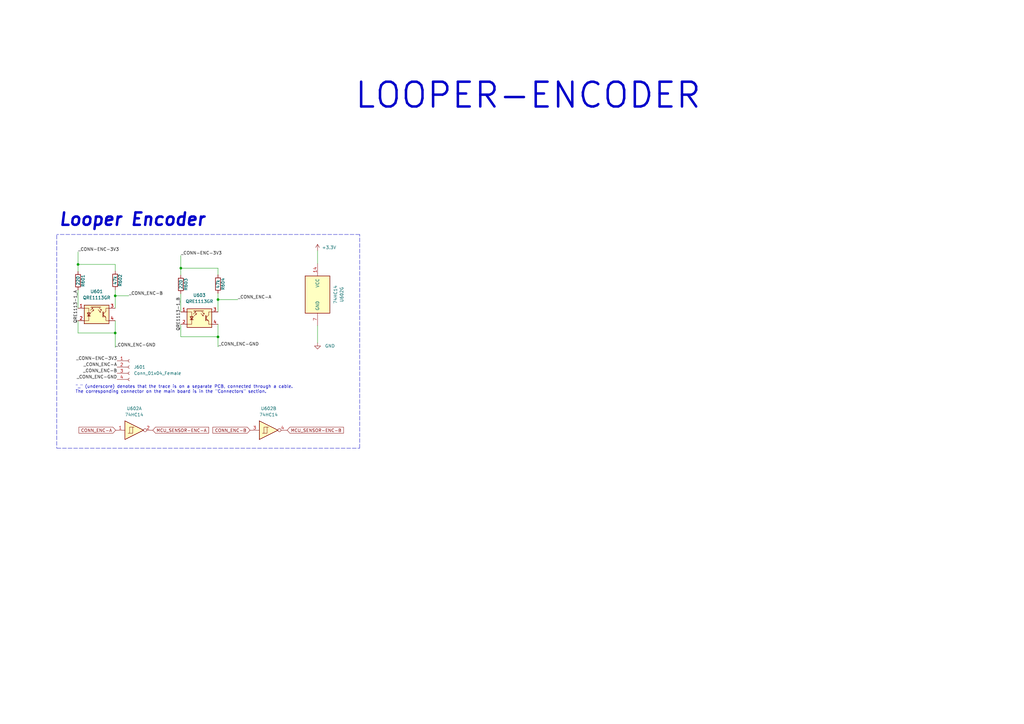
<source format=kicad_sch>
(kicad_sch (version 20211123) (generator eeschema)
  (paper "A3")
  (title_block (title "OpenCelluloid") (date "2023-02-16") (rev "v0.1"))
  (lib_symbols
    (symbol "74xx:74HC14" (pin_names (offset 1.016))
      (property "Reference" "U" (at 0 1.27 0))
      (property "Value" "74HC14" (at 0 -1.27 0))
      (symbol "74HC14_1_0"
        (polyline (pts (xy -3.81 3.81) (xy -3.81 -3.81) (xy 3.81 0) (xy -3.81 3.81)) (stroke (width 0.254)) (fill (type background)))
        (pin input line (at -7.62 0 0) (length 3.81) (name "~") (number "1"))
        (pin output inverted (at 7.62 0 180) (length 3.81) (name "~") (number "2"))
      )
      (symbol "74HC14_1_1"
        (polyline (pts (xy -1.905 -1.27) (xy -1.905 1.27) (xy -0.635 1.27)))
        (polyline (pts (xy -2.54 -1.27) (xy -0.635 -1.27) (xy -0.635 1.27) (xy 0 1.27)))
      )
      (symbol "74HC14_2_0"
        (polyline (pts (xy -3.81 3.81) (xy -3.81 -3.81) (xy 3.81 0) (xy -3.81 3.81)) (stroke (width 0.254)) (fill (type background)))
        (pin input line (at -7.62 0 0) (length 3.81) (name "~") (number "3"))
        (pin output inverted (at 7.62 0 180) (length 3.81) (name "~") (number "4"))
      )
      (symbol "74HC14_2_1"
        (polyline (pts (xy -1.905 -1.27) (xy -1.905 1.27) (xy -0.635 1.27)))
        (polyline (pts (xy -2.54 -1.27) (xy -0.635 -1.27) (xy -0.635 1.27) (xy 0 1.27)))
      )
      (symbol "74HC14_3_0"
        (polyline (pts (xy -3.81 3.81) (xy -3.81 -3.81) (xy 3.81 0) (xy -3.81 3.81)) (stroke (width 0.254)) (fill (type background)))
        (pin input line (at -7.62 0 0) (length 3.81) (name "~") (number "5"))
        (pin output inverted (at 7.62 0 180) (length 3.81) (name "~") (number "6"))
      )
      (symbol "74HC14_3_1"
        (polyline (pts (xy -1.905 -1.27) (xy -1.905 1.27) (xy -0.635 1.27)))
        (polyline (pts (xy -2.54 -1.27) (xy -0.635 -1.27) (xy -0.635 1.27) (xy 0 1.27)))
      )
      (symbol "74HC14_4_0"
        (polyline (pts (xy -3.81 3.81) (xy -3.81 -3.81) (xy 3.81 0) (xy -3.81 3.81)) (stroke (width 0.254)) (fill (type background)))
        (pin output inverted (at 7.62 0 180) (length 3.81) (name "~") (number "8"))
        (pin input line (at -7.62 0 0) (length 3.81) (name "~") (number "9"))
      )
      (symbol "74HC14_4_1"
        (polyline (pts (xy -1.905 -1.27) (xy -1.905 1.27) (xy -0.635 1.27)))
        (polyline (pts (xy -2.54 -1.27) (xy -0.635 -1.27) (xy -0.635 1.27) (xy 0 1.27)))
      )
      (symbol "74HC14_5_0"
        (polyline (pts (xy -3.81 3.81) (xy -3.81 -3.81) (xy 3.81 0) (xy -3.81 3.81)) (stroke (width 0.254)) (fill (type background)))
        (pin output inverted (at 7.62 0 180) (length 3.81) (name "~") (number "10"))
        (pin input line (at -7.62 0 0) (length 3.81) (name "~") (number "11"))
      )
      (symbol "74HC14_5_1"
        (polyline (pts (xy -1.905 -1.27) (xy -1.905 1.27) (xy -0.635 1.27)))
        (polyline (pts (xy -2.54 -1.27) (xy -0.635 -1.27) (xy -0.635 1.27) (xy 0 1.27)))
      )
      (symbol "74HC14_6_0"
        (polyline (pts (xy -3.81 3.81) (xy -3.81 -3.81) (xy 3.81 0) (xy -3.81 3.81)) (stroke (width 0.254)) (fill (type background)))
        (pin output inverted (at 7.62 0 180) (length 3.81) (name "~") (number "12"))
        (pin input line (at -7.62 0 0) (length 3.81) (name "~") (number "13"))
      )
      (symbol "74HC14_6_1"
        (polyline (pts (xy -1.905 -1.27) (xy -1.905 1.27) (xy -0.635 1.27)))
        (polyline (pts (xy -2.54 -1.27) (xy -0.635 -1.27) (xy -0.635 1.27) (xy 0 1.27)))
      )
      (symbol "74HC14_7_0"
        (pin power_in line (at 0 12.7 270) (length 5.08) (name "VCC") (number "14"))
        (pin power_in line (at 0 -12.7 90) (length 5.08) (name "GND") (number "7"))
      )
      (symbol "74HC14_7_1"
        (rectangle (start -5.08 7.62) (end 5.08 -7.62) (stroke (width 0.254)) (fill (type background)))
      )
    )
    (symbol "Connector:Conn_01x04_Female" (pin_names (offset 1.016) hide)
      (property "Reference" "J" (at 0 5.08 0))
      (property "Value" "Conn_01x04_Female" (at 0 -7.62 0))
      (symbol "Conn_01x04_Female_1_1"
        (arc (start 0 -4.572) (mid -0.508 -5.08) (end 0 -5.588) (stroke (width 0.1524)))
        (arc (start 0 -2.032) (mid -0.508 -2.54) (end 0 -3.048) (stroke (width 0.1524)))
        (polyline (pts (xy -1.27 -5.08) (xy -0.508 -5.08)) (stroke (width 0.1524)))
        (polyline (pts (xy -1.27 -2.54) (xy -0.508 -2.54)) (stroke (width 0.1524)))
        (polyline (pts (xy -1.27 0) (xy -0.508 0)) (stroke (width 0.1524)))
        (polyline (pts (xy -1.27 2.54) (xy -0.508 2.54)) (stroke (width 0.1524)))
        (arc (start 0 0.508) (mid -0.508 0) (end 0 -0.508) (stroke (width 0.1524)))
        (arc (start 0 3.048) (mid -0.508 2.54) (end 0 2.032) (stroke (width 0.1524)))
        (pin passive line (at -5.08 2.54 0) (length 3.81) (name "Pin_1") (number "1"))
        (pin passive line (at -5.08 0 0) (length 3.81) (name "Pin_2") (number "2"))
        (pin passive line (at -5.08 -2.54 0) (length 3.81) (name "Pin_3") (number "3"))
        (pin passive line (at -5.08 -5.08 0) (length 3.81) (name "Pin_4") (number "4"))
      )
    )
    (symbol "Sensor_Proximity:QRE1113GR" (pin_names (offset 0.0254) hide)
      (property "Reference" "U" (at -3.81 5.08 0))
      (property "Value" "QRE1113GR" (at 11.43 5.08 0))
      (symbol "QRE1113GR_0_1"
        (polyline (pts (xy -3.81 -0.635) (xy -2.54 -0.635)) (stroke (width 0.254)))
        (polyline (pts (xy -2.286 2.921) (xy -2.032 3.175)))
        (polyline (pts (xy -1.778 2.921) (xy -1.524 3.175)))
        (polyline (pts (xy -1.524 2.667) (xy -1.651 2.159)))
        (polyline (pts (xy -1.27 2.921) (xy -1.016 3.175)))
        (polyline (pts (xy -1.143 1.905) (xy -1.27 1.397)))
        (polyline (pts (xy -0.762 2.921) (xy -0.508 3.175)))
        (polyline (pts (xy -0.254 2.921) (xy 0 3.175)))
        (polyline (pts (xy 0.254 2.921) (xy 0.508 3.175)))
        (polyline (pts (xy 0.762 2.921) (xy 1.016 3.175)))
        (polyline (pts (xy 1.27 2.921) (xy 1.524 3.175)))
        (polyline (pts (xy 1.651 0.889) (xy 1.143 1.016)))
        (polyline (pts (xy 1.778 2.921) (xy -2.413 2.921)))
        (polyline (pts (xy 2.032 1.651) (xy 1.524 1.778)))
        (polyline (pts (xy 2.667 -0.127) (xy 3.81 -1.27)))
        (polyline (pts (xy 2.667 0.127) (xy 3.81 1.27)))
        (polyline (pts (xy -2.54 1.651) (xy -1.524 2.667) (xy -2.032 2.54)))
        (polyline (pts (xy -2.159 0.889) (xy -1.143 1.905) (xy -1.651 1.778)))
        (polyline (pts (xy 0.635 1.905) (xy 1.651 0.889) (xy 1.524 1.397)))
        (polyline (pts (xy 1.016 2.667) (xy 2.032 1.651) (xy 1.905 2.159)))
        (polyline (pts (xy 2.667 1.016) (xy 2.667 -1.016) (xy 2.667 -1.016)) (stroke (width 0.3556)))
        (polyline (pts (xy 3.81 -1.27) (xy 3.81 -2.54) (xy 5.08 -2.54)))
        (polyline (pts (xy 3.81 1.27) (xy 3.81 2.54) (xy 5.08 2.54)))
        (polyline (pts (xy -5.08 -2.54) (xy -3.175 -2.54) (xy -3.175 2.54) (xy -5.08 2.54)))
        (polyline (pts (xy -3.175 -0.635) (xy -3.81 0.635) (xy -2.54 0.635) (xy -3.175 -0.635)) (stroke (width 0.254)))
        (polyline (pts (xy 3.683 -1.143) (xy 3.429 -0.635) (xy 3.175 -0.889) (xy 3.683 -1.143)))
        (polyline (pts (xy -5.08 -3.81) (xy 5.08 -3.81) (xy 5.08 3.81) (xy -5.08 3.81) (xy -5.08 -3.81)) (stroke (width 0.254)) (fill (type background)))
      )
      (symbol "QRE1113GR_1_1"
        (pin passive line (at -7.62 2.54 0) (length 2.54) (name "A") (number "1"))
        (pin passive line (at -7.62 -2.54 0) (length 2.54) (name "K") (number "2"))
        (pin open_collector line (at 7.62 2.54 180) (length 2.54) (name "~") (number "3"))
        (pin open_emitter line (at 7.62 -2.54 180) (length 2.54) (name "~") (number "4"))
      )
    )
    (symbol "Synkino:R" (pin_numbers hide) (pin_names (offset 0))
      (property "Reference" "R" (at 2.032 0 90))
      (property "Value" "R" (at 0 0 90))
      (symbol "R_0_1"
        (rectangle (start -1.016 -2.54) (end 1.016 2.54) (stroke (width 0.254)))
      )
      (symbol "R_1_1"
        (pin passive line (at 0 3.81 270) (length 1.27) (name "~") (number "1"))
        (pin passive line (at 0 -3.81 90) (length 1.27) (name "~") (number "2"))
      )
    )
    (symbol "power:+3.3V" (power) (pin_names (offset 0))
      (property "Value" "+3.3V" (at 0 3.556 0))
      (symbol "+3.3V_0_1"
        (polyline (pts (xy -0.762 1.27) (xy 0 2.54)))
        (polyline (pts (xy 0 0) (xy 0 2.54)))
        (polyline (pts (xy 0 2.54) (xy 0.762 1.27)))
      )
      (symbol "+3.3V_1_1"
        (pin power_in line (at 0 0 90) (length 0) hide (name "+3.3V") (number "1"))
      )
    )
    (symbol "power:GND" (power) (pin_names (offset 0))
      (property "Value" "GND" (at 0 -3.81 0))
      (symbol "GND_0_1"
        (polyline (pts (xy 0 0) (xy 0 -1.27) (xy 1.27 -1.27) (xy 0 -2.54) (xy -1.27 -1.27) (xy 0 -1.27)))
      )
      (symbol "GND_1_1"
        (pin power_in line (at 0 0 270) (length 0) hide (name "GND") (number "1"))
      )
    )
  )
  (junction (at 47.244 136.5764))
  (junction (at 74.168 109.9754))
  (junction (at 47.244 121.3417))
  (junction (at 32.004 108.458))
  (junction (at 89.408 138.176))
  (junction (at 89.408 122.8657))
  (wire (pts (xy 32.004 118.9439) (xy 32.004 126.4217)))
  (wire (pts (xy 47.244 131.5017) (xy 47.244 136.5764)))
  (wire (pts (xy 32.004 131.5017) (xy 32.004 136.5764)))
  (wire (pts (xy 47.244 108.458) (xy 47.244 111.1817)))
  (wire (pts (xy 89.408 122.8657) (xy 89.408 127.9391)))
  (wire (pts (xy 89.408 138.0938) (xy 74.168 138.0938)))
  (wire (pts (xy 89.408 122.8657) (xy 97.536 122.8657)))
  (wire (pts (xy 32.004 103.3077) (xy 32.004 108.458)))
  (wire (pts (xy 47.244 121.3417) (xy 47.244 126.4217)))
  (polyline (pts (xy 147.5072 183.806) (xy 147.5072 96.176)))
  (wire (pts (xy 74.168 133.0191) (xy 74.168 138.0938)))
  (wire (pts (xy 74.168 109.9754) (xy 74.168 112.8413)))
  (polyline (pts (xy 23.3012 96.43) (xy 23.3012 183.806)))
  (wire (pts (xy 89.408 133.0191) (xy 89.408 138.0938)))
  (wire (pts (xy 47.244 118.8017) (xy 47.244 121.3417)))
  (wire (pts (xy 89.408 142.15) (xy 89.5952 142.15)))
  (wire (pts (xy 130.2352 133.514) (xy 130.2352 140.626)))
  (wire (pts (xy 89.408 109.9754) (xy 74.168 109.9754)))
  (wire (pts (xy 47.244 108.458) (xy 32.004 108.458)))
  (wire (pts (xy 32.004 136.5764) (xy 47.244 136.5764)))
  (wire (pts (xy 89.408 109.9754) (xy 89.408 112.6991)))
  (wire (pts (xy 74.168 104.8251) (xy 74.168 109.9754)))
  (polyline (pts (xy 23.3012 183.806) (xy 147.5072 183.806)))
  (wire (pts (xy 47.244 121.3417) (xy 52.832 121.3417)))
  (wire (pts (xy 89.408 120.3191) (xy 89.408 122.8657)))
  (wire (pts (xy 32.004 108.458) (xy 32.004 111.3239)))
  (wire (pts (xy 130.2352 102.78) (xy 130.2352 108.114)))
  (polyline (pts (xy 147.5072 96.176) (xy 23.3012 96.176)))
  (wire (pts (xy 47.244 136.5764) (xy 47.244 142.494)))
  (wire (pts (xy 89.408 138.176) (xy 89.408 142.15)))
  (wire (pts (xy 74.168 120.4613) (xy 74.168 127.9391)))
  (text "Looper Encoder" (at 23.8092 93.128 0) (effects (font (size 5.08 5.08) bold italic) (justify left bottom)))
  (text "LOOPER-ENCODER" (at 145.034 45.212 0) (effects (font (size 10.16 10.16) (thickness 1.016) bold) (justify left bottom)))
  (text "\"_\" (underscore) denotes that the trace is on a separate PCB, connected through a cable.\nThe corresponding connector on the main board is in the \"Connectors\" section." (at 30.9212 161.454 0) (effects (font (size 1.27 1.27)) (justify left bottom)))
  (label "_CONN_ENC-GND" (at 47.244 142.494 0))
  (label "_CONN_ENC-A" (at 48.006 150.5517 180))
  (label "_CONN_ENC-B" (at 52.832 121.3417 0))
  (label "QRE1113-1_B" (at 74.168 121.8656 270))
  (label "_CONN_ENC-GND" (at 89.5952 142.15 0))
  (label "_CONN_ENC-A" (at 97.536 122.8657 0))
  (label "_CONN_ENC-GND" (at 48.006 155.6317 180))
  (label "_CONN-ENC-3V3" (at 48.006 148.0117 180))
  (label "_CONN-ENC-3V3" (at 32.004 103.3077 0))
  (label "_CONN-ENC-3V3" (at 74.168 104.8251 0))
  (label "_CONN_ENC-B" (at 48.006 153.0917 180))
  (label "QRE1113-1_A" (at 32.004 118.9439 270))
  (global_label "MCU_SENSOR-ENC-B" (shape input) (at 117.7892 176.44 0) (property "Intersheet References" "${INTERSHEET_REFS}" (effects hide)))
  (global_label "CONN_ENC-A" (shape input) (at 47.4312 176.44 180) (property "Intersheet References" "${INTERSHEET_REFS}" (effects hide)))
  (global_label "MCU_SENSOR-ENC-A" (shape input) (at 62.6712 176.44 0) (property "Intersheet References" "${INTERSHEET_REFS}" (effects hide)))
  (global_label "CONN_ENC-B" (shape input) (at 102.5492 176.44 180) (property "Intersheet References" "${INTERSHEET_REFS}" (effects hide)))
  (symbol (lib_id "Connector:Conn_01x04_Female") (at 53.086 150.5517 0) (unit 1)
    (property "Reference" "J601" (at 54.864 150.5516 0) (effects (justify left)))
    (property "Value" "Conn_01x04_Female" (at 54.864 153.0916 0) (effects (justify left)))
    (property "Footprint" "Connector_JST:JST_XH_B4B-XH-A_1x04_P2.50mm_Vertical" (effects hide))
  )
  (symbol (lib_id "Sensor_Proximity:QRE1113GR") (at 39.624 128.9617 0) (unit 1)
    (property "Reference" "U601" (at 39.624 119.5637 0))
    (property "Value" "QRE1113GR" (at 39.624 122.1037 0))
    (property "Footprint" "OptoDevice:OnSemi_CASE100CY" (effects hide))
    (property "Datasheet" "http://www.onsemi.com/pub/Collateral/QRE1113-D.PDF" (effects hide))
    (property "Digi-Key_PN" "QRE1113GRCT-ND" (effects hide))
    (property "Manufacturer_PN" "QRE1113GR" (effects hide))
  )
  (symbol (lib_id "74xx:74HC14") (at 110.1692 176.44 0) (unit 2)
    (property "Reference" "U602" (at 110.1692 167.55 0))
    (property "Value" "74HC14" (at 110.1692 170.09 0))
    (property "Footprint" "Package_SO:SOIC-14_3.9x8.7mm_P1.27mm" (effects hide))
    (property "Datasheet" "http://www.ti.com/lit/gpn/sn74HC14" (effects hide))
    (property "Digi-Key_PN" "1727-2783-1-ND" (effects hide))
    (property "Manufacturer_PN" "74HC14D,653" (effects hide))
  )
  (symbol (lib_id "power:+3.3V") (at 130.2352 102.78 0) (unit 1)
    (property "Reference" "#PWR0601" (effects hide))
    (property "Value" "+3.3V" (at 132.0132 101.5099 0) (effects (justify left)))
  )
  (symbol (lib_id "Sensor_Proximity:QRE1113GR") (at 81.788 130.4791 0) (unit 1)
    (property "Reference" "U603" (at 81.788 121.0811 0))
    (property "Value" "QRE1113GR" (at 81.788 123.6211 0))
    (property "Footprint" "OptoDevice:OnSemi_CASE100CY" (effects hide))
    (property "Datasheet" "http://www.onsemi.com/pub/Collateral/QRE1113-D.PDF" (effects hide))
    (property "Digi-Key_PN" "QRE1113GRCT-ND" (effects hide))
    (property "Manufacturer_PN" "QRE1113GR" (effects hide))
  )
  (symbol (lib_id "74xx:74HC14") (at 55.0512 176.44 0) (unit 1)
    (property "Reference" "U602" (at 55.0512 167.55 0))
    (property "Value" "74HC14" (at 55.0512 170.09 0))
    (property "Footprint" "Package_SO:SOIC-14_3.9x8.7mm_P1.27mm" (effects hide))
    (property "Datasheet" "http://www.ti.com/lit/gpn/sn74HC14" (effects hide))
    (property "Digi-Key_PN" "1727-2783-1-ND" (effects hide))
    (property "Manufacturer_PN" "74HC14D,653" (effects hide))
  )
  (symbol (lib_id "power:GND") (at 130.2352 140.626 0) (unit 1)
    (property "Reference" "#PWR0602" (effects hide))
    (property "Value" "GND" (at 133.2832 141.8959 0) (effects (justify left)))
  )
  (symbol (lib_id "74xx:74HC14") (at 130.2352 120.814 0) (unit 7)
    (property "Reference" "U602" (at 140.1412 120.814 90))
    (property "Value" "74HC14" (at 137.6012 120.814 90))
    (property "Footprint" "Package_SO:SOIC-14_3.9x8.7mm_P1.27mm" (effects hide))
    (property "Datasheet" "http://www.ti.com/lit/gpn/sn74HC14" (effects hide))
    (property "Digi-Key_PN" "1727-2783-1-ND" (effects hide))
    (property "Manufacturer_PN" "74HC14D,653" (effects hide))
  )
  (symbol (lib_id "Synkino:R") (at 89.408 116.5091 0) (unit 1)
    (property "Reference" "R604" (at 91.44 116.5091 90))
    (property "Value" "47k" (at 89.408 116.5091 90))
    (property "Footprint" "Resistor_SMD:R_1206_3216Metric_Pad1.30x1.75mm_HandSolder" (effects hide))
    (property "Digi-Key_PN" "311-47KERCT-ND" (effects hide))
    (property "Manufacturer_PN" "RC1206JR-0747KL" (effects hide))
  )
  (symbol (lib_id "Synkino:R") (at 47.244 114.9917 0) (unit 1)
    (property "Reference" "R602" (at 49.276 114.9917 90))
    (property "Value" "47k" (at 47.244 114.9917 90))
    (property "Footprint" "Resistor_SMD:R_1206_3216Metric_Pad1.30x1.75mm_HandSolder" (effects hide))
    (property "Digi-Key_PN" "311-47KERCT-ND" (effects hide))
    (property "Manufacturer_PN" "RC1206JR-0747KL" (effects hide))
  )
  (symbol (lib_id "Synkino:R") (at 74.168 116.6513 0) (unit 1)
    (property "Reference" "R603" (at 76.2 116.6513 90))
    (property "Value" "220" (at 74.168 116.6513 90))
    (property "Footprint" "Resistor_SMD:R_1206_3216Metric_Pad1.30x1.75mm_HandSolder" (effects hide))
    (property "Digi-Key_PN" "311-220ERCT-ND" (effects hide))
    (property "Manufacturer_PN" "RC1206JR-07220RL" (effects hide))
  )
  (symbol (lib_id "Synkino:R") (at 32.004 115.1339 0) (unit 1)
    (property "Reference" "R601" (at 34.036 115.1339 90))
    (property "Value" "220" (at 32.004 115.1339 90))
    (property "Footprint" "Resistor_SMD:R_1206_3216Metric_Pad1.30x1.75mm_HandSolder" (effects hide))
    (property "Digi-Key_PN" "311-220ERCT-ND" (effects hide))
    (property "Manufacturer_PN" "RC1206JR-07220RL" (effects hide))
  )
)
</source>
